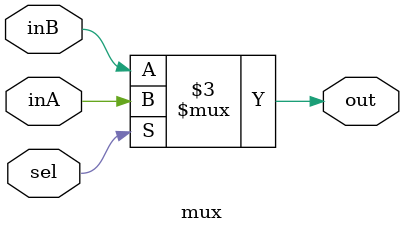
<source format=v>
module mux (
	input wire sel, inA, inB,
	output reg out
);

	always @ (*)
		if (sel)
			out = inA;
		else
			out = inB;
endmodule

</source>
